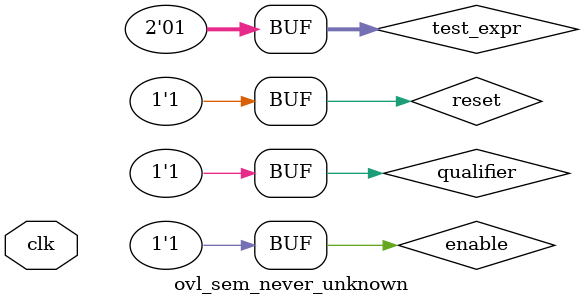
<source format=sv>
module ovl_sem_never_unknown(input logic clk);
  logic reset = 1'b1;
  logic enable = 1'b1;
  logic qualifier = 1'b1;
`ifdef FAIL
  logic [1:0] test_expr = 2'b0x;
`else
  logic [1:0] test_expr = 2'b01;
`endif
  ovl_never_unknown #(.width(2)) dut (
      .clock(clk),
      .reset(reset),
      .enable(enable),
      .qualifier(qualifier),
      .test_expr(test_expr),
      .fire());
endmodule

</source>
